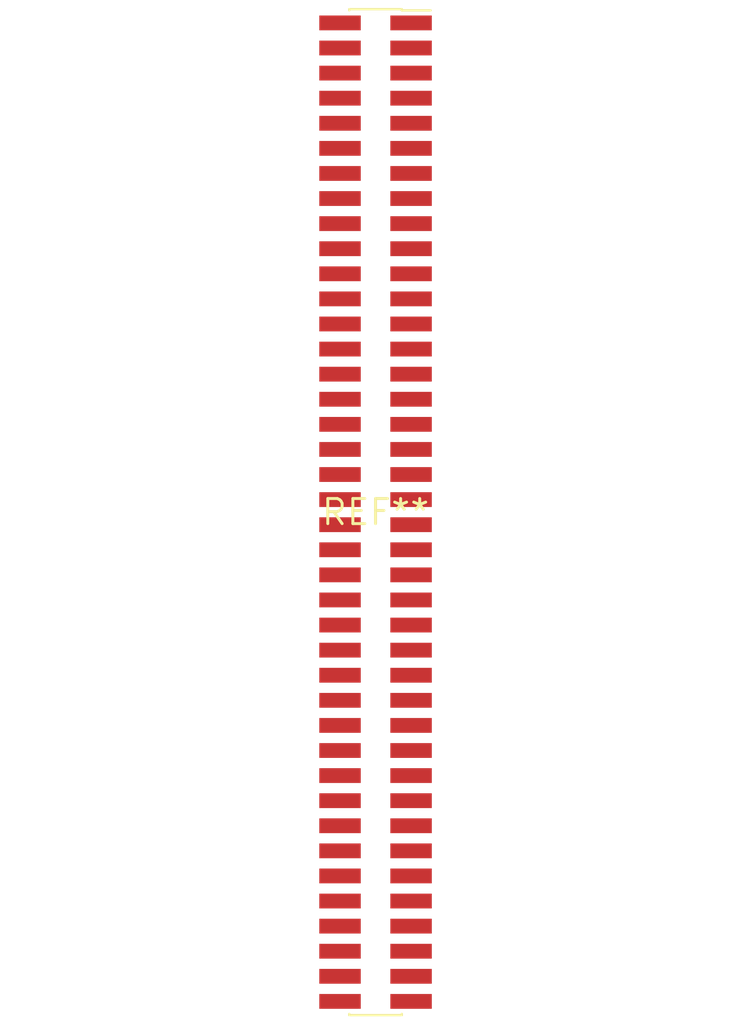
<source format=kicad_pcb>
(kicad_pcb (version 20240108) (generator pcbnew)
  (layers (0 "F.Cu" signal) (31 "B.Cu" signal) (34 "B.Paste" user) (35 "F.Paste" user) (36 "B.SilkS" user "B.Silkscreen") (37 "F.SilkS" user "F.Silkscreen") (38 "B.Mask" user) (39 "F.Mask" user) (44 "Edge.Cuts" user))
  (net 0 "")
  (footprint "PinSocket_2x40_P1.27mm_Vertical_SMD" (layer "F.Cu") (at 0 0)
    (property "Reference" "REF**")
    (property "Value" "PinSocket_2x40_P1.27mm_Vertical_SMD")
    (fp_line (start -1.33 -25.46) (end -1.33 -25.4) (layer "F.SilkS") (stroke (width 0.12)))
    (fp_line (start -1.33 -25.46) (end 1.33 -25.46) (layer "F.SilkS") (stroke (width 0.12)))
    (fp_line (start -1.33 25.4) (end -1.33 25.46) (layer "F.SilkS") (stroke (width 0.12)))
    (fp_line (start -1.33 25.46) (end 1.33 25.46) (layer "F.SilkS") (stroke (width 0.12)))
    (fp_line (start 1.33 -25.46) (end 1.33 -25.4) (layer "F.SilkS") (stroke (width 0.12)))
    (fp_line (start 1.33 -25.4) (end 2.79 -25.4) (layer "F.SilkS") (stroke (width 0.12)))
    (fp_line (start 1.33 25.4) (end 1.33 25.46) (layer "F.SilkS") (stroke (width 0.12)))
    (pad "1" smd rect (at 1.8 -24.765) (size 2.1 0.75) (layers "F.Cu" "F.Paste" "F.Mask"))
    (pad "2" smd rect (at -1.8 -24.765) (size 2.1 0.75) (layers "F.Cu" "F.Paste" "F.Mask"))
    (pad "3" smd rect (at 1.8 -23.495) (size 2.1 0.75) (layers "F.Cu" "F.Paste" "F.Mask"))
    (pad "4" smd rect (at -1.8 -23.495) (size 2.1 0.75) (layers "F.Cu" "F.Paste" "F.Mask"))
    (pad "5" smd rect (at 1.8 -22.225) (size 2.1 0.75) (layers "F.Cu" "F.Paste" "F.Mask"))
    (pad "6" smd rect (at -1.8 -22.225) (size 2.1 0.75) (layers "F.Cu" "F.Paste" "F.Mask"))
    (pad "7" smd rect (at 1.8 -20.955) (size 2.1 0.75) (layers "F.Cu" "F.Paste" "F.Mask"))
    (pad "8" smd rect (at -1.8 -20.955) (size 2.1 0.75) (layers "F.Cu" "F.Paste" "F.Mask"))
    (pad "9" smd rect (at 1.8 -19.685) (size 2.1 0.75) (layers "F.Cu" "F.Paste" "F.Mask"))
    (pad "10" smd rect (at -1.8 -19.685) (size 2.1 0.75) (layers "F.Cu" "F.Paste" "F.Mask"))
    (pad "11" smd rect (at 1.8 -18.415) (size 2.1 0.75) (layers "F.Cu" "F.Paste" "F.Mask"))
    (pad "12" smd rect (at -1.8 -18.415) (size 2.1 0.75) (layers "F.Cu" "F.Paste" "F.Mask"))
    (pad "13" smd rect (at 1.8 -17.145) (size 2.1 0.75) (layers "F.Cu" "F.Paste" "F.Mask"))
    (pad "14" smd rect (at -1.8 -17.145) (size 2.1 0.75) (layers "F.Cu" "F.Paste" "F.Mask"))
    (pad "15" smd rect (at 1.8 -15.875) (size 2.1 0.75) (layers "F.Cu" "F.Paste" "F.Mask"))
    (pad "16" smd rect (at -1.8 -15.875) (size 2.1 0.75) (layers "F.Cu" "F.Paste" "F.Mask"))
    (pad "17" smd rect (at 1.8 -14.605) (size 2.1 0.75) (layers "F.Cu" "F.Paste" "F.Mask"))
    (pad "18" smd rect (at -1.8 -14.605) (size 2.1 0.75) (layers "F.Cu" "F.Paste" "F.Mask"))
    (pad "19" smd rect (at 1.8 -13.335) (size 2.1 0.75) (layers "F.Cu" "F.Paste" "F.Mask"))
    (pad "20" smd rect (at -1.8 -13.335) (size 2.1 0.75) (layers "F.Cu" "F.Paste" "F.Mask"))
    (pad "21" smd rect (at 1.8 -12.065) (size 2.1 0.75) (layers "F.Cu" "F.Paste" "F.Mask"))
    (pad "22" smd rect (at -1.8 -12.065) (size 2.1 0.75) (layers "F.Cu" "F.Paste" "F.Mask"))
    (pad "23" smd rect (at 1.8 -10.795) (size 2.1 0.75) (layers "F.Cu" "F.Paste" "F.Mask"))
    (pad "24" smd rect (at -1.8 -10.795) (size 2.1 0.75) (layers "F.Cu" "F.Paste" "F.Mask"))
    (pad "25" smd rect (at 1.8 -9.525) (size 2.1 0.75) (layers "F.Cu" "F.Paste" "F.Mask"))
    (pad "26" smd rect (at -1.8 -9.525) (size 2.1 0.75) (layers "F.Cu" "F.Paste" "F.Mask"))
    (pad "27" smd rect (at 1.8 -8.255) (size 2.1 0.75) (layers "F.Cu" "F.Paste" "F.Mask"))
    (pad "28" smd rect (at -1.8 -8.255) (size 2.1 0.75) (layers "F.Cu" "F.Paste" "F.Mask"))
    (pad "29" smd rect (at 1.8 -6.985) (size 2.1 0.75) (layers "F.Cu" "F.Paste" "F.Mask"))
    (pad "30" smd rect (at -1.8 -6.985) (size 2.1 0.75) (layers "F.Cu" "F.Paste" "F.Mask"))
    (pad "31" smd rect (at 1.8 -5.715) (size 2.1 0.75) (layers "F.Cu" "F.Paste" "F.Mask"))
    (pad "32" smd rect (at -1.8 -5.715) (size 2.1 0.75) (layers "F.Cu" "F.Paste" "F.Mask"))
    (pad "33" smd rect (at 1.8 -4.445) (size 2.1 0.75) (layers "F.Cu" "F.Paste" "F.Mask"))
    (pad "34" smd rect (at -1.8 -4.445) (size 2.1 0.75) (layers "F.Cu" "F.Paste" "F.Mask"))
    (pad "35" smd rect (at 1.8 -3.175) (size 2.1 0.75) (layers "F.Cu" "F.Paste" "F.Mask"))
    (pad "36" smd rect (at -1.8 -3.175) (size 2.1 0.75) (layers "F.Cu" "F.Paste" "F.Mask"))
    (pad "37" smd rect (at 1.8 -1.905) (size 2.1 0.75) (layers "F.Cu" "F.Paste" "F.Mask"))
    (pad "38" smd rect (at -1.8 -1.905) (size 2.1 0.75) (layers "F.Cu" "F.Paste" "F.Mask"))
    (pad "39" smd rect (at 1.8 -0.635) (size 2.1 0.75) (layers "F.Cu" "F.Paste" "F.Mask"))
    (pad "40" smd rect (at -1.8 -0.635) (size 2.1 0.75) (layers "F.Cu" "F.Paste" "F.Mask"))
    (pad "41" smd rect (at 1.8 0.635) (size 2.1 0.75) (layers "F.Cu" "F.Paste" "F.Mask"))
    (pad "42" smd rect (at -1.8 0.635) (size 2.1 0.75) (layers "F.Cu" "F.Paste" "F.Mask"))
    (pad "43" smd rect (at 1.8 1.905) (size 2.1 0.75) (layers "F.Cu" "F.Paste" "F.Mask"))
    (pad "44" smd rect (at -1.8 1.905) (size 2.1 0.75) (layers "F.Cu" "F.Paste" "F.Mask"))
    (pad "45" smd rect (at 1.8 3.175) (size 2.1 0.75) (layers "F.Cu" "F.Paste" "F.Mask"))
    (pad "46" smd rect (at -1.8 3.175) (size 2.1 0.75) (layers "F.Cu" "F.Paste" "F.Mask"))
    (pad "47" smd rect (at 1.8 4.445) (size 2.1 0.75) (layers "F.Cu" "F.Paste" "F.Mask"))
    (pad "48" smd rect (at -1.8 4.445) (size 2.1 0.75) (layers "F.Cu" "F.Paste" "F.Mask"))
    (pad "49" smd rect (at 1.8 5.715) (size 2.1 0.75) (layers "F.Cu" "F.Paste" "F.Mask"))
    (pad "50" smd rect (at -1.8 5.715) (size 2.1 0.75) (layers "F.Cu" "F.Paste" "F.Mask"))
    (pad "51" smd rect (at 1.8 6.985) (size 2.1 0.75) (layers "F.Cu" "F.Paste" "F.Mask"))
    (pad "52" smd rect (at -1.8 6.985) (size 2.1 0.75) (layers "F.Cu" "F.Paste" "F.Mask"))
    (pad "53" smd rect (at 1.8 8.255) (size 2.1 0.75) (layers "F.Cu" "F.Paste" "F.Mask"))
    (pad "54" smd rect (at -1.8 8.255) (size 2.1 0.75) (layers "F.Cu" "F.Paste" "F.Mask"))
    (pad "55" smd rect (at 1.8 9.525) (size 2.1 0.75) (layers "F.Cu" "F.Paste" "F.Mask"))
    (pad "56" smd rect (at -1.8 9.525) (size 2.1 0.75) (layers "F.Cu" "F.Paste" "F.Mask"))
    (pad "57" smd rect (at 1.8 10.795) (size 2.1 0.75) (layers "F.Cu" "F.Paste" "F.Mask"))
    (pad "58" smd rect (at -1.8 10.795) (size 2.1 0.75) (layers "F.Cu" "F.Paste" "F.Mask"))
    (pad "59" smd rect (at 1.8 12.065) (size 2.1 0.75) (layers "F.Cu" "F.Paste" "F.Mask"))
    (pad "60" smd rect (at -1.8 12.065) (size 2.1 0.75) (layers "F.Cu" "F.Paste" "F.Mask"))
    (pad "61" smd rect (at 1.8 13.335) (size 2.1 0.75) (layers "F.Cu" "F.Paste" "F.Mask"))
    (pad "62" smd rect (at -1.8 13.335) (size 2.1 0.75) (layers "F.Cu" "F.Paste" "F.Mask"))
    (pad "63" smd rect (at 1.8 14.605) (size 2.1 0.75) (layers "F.Cu" "F.Paste" "F.Mask"))
    (pad "64" smd rect (at -1.8 14.605) (size 2.1 0.75) (layers "F.Cu" "F.Paste" "F.Mask"))
    (pad "65" smd rect (at 1.8 15.875) (size 2.1 0.75) (layers "F.Cu" "F.Paste" "F.Mask"))
    (pad "66" smd rect (at -1.8 15.875) (size 2.1 0.75) (layers "F.Cu" "F.Paste" "F.Mask"))
    (pad "67" smd rect (at 1.8 17.145) (size 2.1 0.75) (layers "F.Cu" "F.Paste" "F.Mask"))
    (pad "68" smd rect (at -1.8 17.145) (size 2.1 0.75) (layers "F.Cu" "F.Paste" "F.Mask"))
    (pad "69" smd rect (at 1.8 18.415) (size 2.1 0.75) (layers "F.Cu" "F.Paste" "F.Mask"))
    (pad "70" smd rect (at -1.8 18.415) (size 2.1 0.75) (layers "F.Cu" "F.Paste" "F.Mask"))
    (pad "71" smd rect (at 1.8 19.685) (size 2.1 0.75) (layers "F.Cu" "F.Paste" "F.Mask"))
    (pad "72" smd rect (at -1.8 19.685) (size 2.1 0.75) (layers "F.Cu" "F.Paste" "F.Mask"))
    (pad "73" smd rect (at 1.8 20.955) (size 2.1 0.75) (layers "F.Cu" "F.Paste" "F.Mask"))
    (pad "74" smd rect (at -1.8 20.955) (size 2.1 0.75) (layers "F.Cu" "F.Paste" "F.Mask"))
    (pad "75" smd rect (at 1.8 22.225) (size 2.1 0.75) (layers "F.Cu" "F.Paste" "F.Mask"))
    (pad "76" smd rect (at -1.8 22.225) (size 2.1 0.75) (layers "F.Cu" "F.Paste" "F.Mask"))
    (pad "77" smd rect (at 1.8 23.495) (size 2.1 0.75) (layers "F.Cu" "F.Paste" "F.Mask"))
    (pad "78" smd rect (at -1.8 23.495) (size 2.1 0.75) (layers "F.Cu" "F.Paste" "F.Mask"))
    (pad "79" smd rect (at 1.8 24.765) (size 2.1 0.75) (layers "F.Cu" "F.Paste" "F.Mask"))
    (pad "80" smd rect (at -1.8 24.765) (size 2.1 0.75) (layers "F.Cu" "F.Paste" "F.Mask"))
  )
)
</source>
